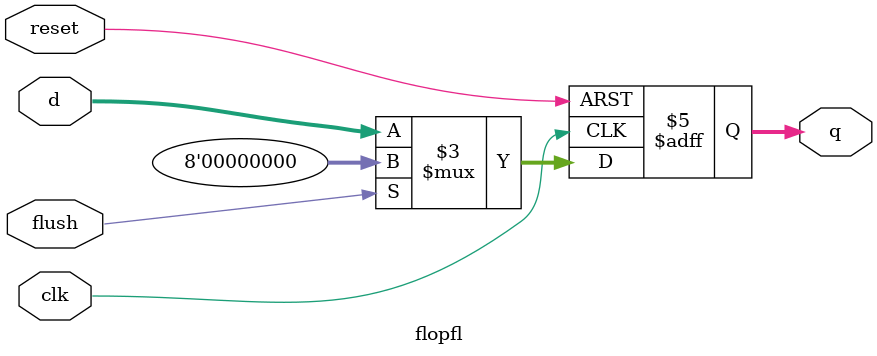
<source format=sv>
module flopfl #( parameter WIDTH = 8 )
			  ( input logic 	         clk, reset, flush,
			    input logic  [WIDTH-1:0] d,
				output logic [WIDTH-1:0] q );

	always_ff @( posedge clk, posedge reset )
	begin
		if (reset) 	    q <= 0;
		else begin 
			if (flush) q <= 0;
			else 			q <= d;
		end		
	end
endmodule
</source>
